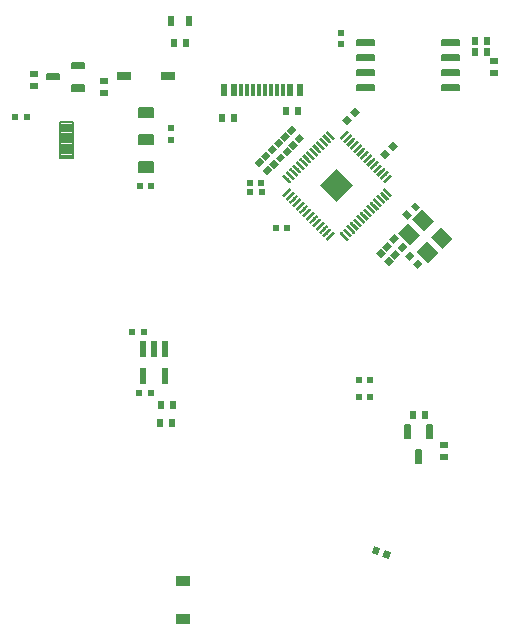
<source format=gbp>
G04 EAGLE Gerber RS-274X export*
G75*
%MOMM*%
%FSLAX34Y34*%
%LPD*%
%INSolderpaste Bottom*%
%IPPOS*%
%AMOC8*
5,1,8,0,0,1.08239X$1,22.5*%
G01*
G04 Define Apertures*
%ADD10R,0.560000X0.629100*%
%ADD11R,0.629100X0.560000*%
%ADD12R,0.600000X1.140000*%
%ADD13R,0.300000X1.140000*%
%ADD14R,0.611800X0.911800*%
%ADD15R,0.535100X0.644000*%
%ADD16R,1.200000X0.700000*%
%ADD17R,0.558800X1.422400*%
%ADD18R,1.960000X1.960000*%
%ADD19C,0.050000*%
%ADD20C,0.139500*%
%ADD21C,0.196500*%
%ADD22C,0.145000*%
%ADD23R,1.200000X1.400000*%
%ADD24R,1.220000X0.910000*%
%ADD25C,0.150000*%
%ADD26R,0.644000X0.535100*%
D10*
X81754Y21100D03*
X91446Y21100D03*
G36*
X31877Y244296D02*
X35837Y240336D01*
X31391Y235890D01*
X27431Y239850D01*
X31877Y244296D01*
G37*
G36*
X25023Y251150D02*
X28983Y247190D01*
X24537Y242744D01*
X20577Y246704D01*
X25023Y251150D01*
G37*
G36*
X100336Y139045D02*
X96376Y143005D01*
X100822Y147451D01*
X104782Y143491D01*
X100336Y139045D01*
G37*
G36*
X107190Y132191D02*
X103230Y136151D01*
X107676Y140597D01*
X111636Y136637D01*
X107190Y132191D01*
G37*
G36*
X26531Y238950D02*
X30491Y234990D01*
X26045Y230544D01*
X22085Y234504D01*
X26531Y238950D01*
G37*
G36*
X19677Y245804D02*
X23637Y241844D01*
X19191Y237398D01*
X15231Y241358D01*
X19677Y245804D01*
G37*
X21267Y164134D03*
X11575Y164134D03*
G36*
X108276Y226630D02*
X104316Y222670D01*
X99870Y227116D01*
X103830Y231076D01*
X108276Y226630D01*
G37*
G36*
X115130Y233484D02*
X111170Y229524D01*
X106724Y233970D01*
X110684Y237930D01*
X115130Y233484D01*
G37*
G36*
X76047Y255579D02*
X72087Y251619D01*
X67641Y256065D01*
X71601Y260025D01*
X76047Y255579D01*
G37*
G36*
X82901Y262433D02*
X78941Y258473D01*
X74495Y262919D01*
X78455Y266879D01*
X82901Y262433D01*
G37*
G36*
X105682Y144391D02*
X101722Y148351D01*
X106168Y152797D01*
X110128Y148837D01*
X105682Y144391D01*
G37*
G36*
X112536Y137537D02*
X108576Y141497D01*
X113022Y145943D01*
X116982Y141983D01*
X112536Y137537D01*
G37*
X-154Y194500D03*
X-9846Y194500D03*
X-454Y202500D03*
X-10146Y202500D03*
G36*
X131950Y137956D02*
X135910Y133996D01*
X131464Y129550D01*
X127504Y133510D01*
X131950Y137956D01*
G37*
G36*
X125096Y144810D02*
X129056Y140850D01*
X124610Y136404D01*
X120650Y140364D01*
X125096Y144810D01*
G37*
X81954Y35600D03*
X91646Y35600D03*
G36*
X125724Y182670D02*
X129684Y186630D01*
X134130Y182184D01*
X130170Y178224D01*
X125724Y182670D01*
G37*
G36*
X118870Y175816D02*
X122830Y179776D01*
X127276Y175330D01*
X123316Y171370D01*
X118870Y175816D01*
G37*
G36*
X10281Y222700D02*
X14241Y218740D01*
X9795Y214294D01*
X5835Y218254D01*
X10281Y222700D01*
G37*
G36*
X3427Y229554D02*
X7387Y225594D01*
X2941Y221148D01*
X-1019Y225108D01*
X3427Y229554D01*
G37*
X-100233Y76058D03*
X-109925Y76058D03*
X-94376Y24318D03*
X-104068Y24318D03*
X-103646Y199800D03*
X-93954Y199800D03*
D11*
X-76700Y239054D03*
X-76700Y248746D03*
D10*
G36*
X4934Y217353D02*
X8894Y213393D01*
X4448Y208947D01*
X488Y212907D01*
X4934Y217353D01*
G37*
G36*
X-1920Y224207D02*
X2040Y220247D01*
X-2406Y215801D01*
X-6366Y219761D01*
X-1920Y224207D01*
G37*
D12*
X-32000Y281400D03*
X-24000Y281400D03*
D13*
X-2500Y281400D03*
X-7500Y281400D03*
X-12500Y281400D03*
X-17500Y281400D03*
X2500Y281400D03*
X7500Y281400D03*
X12500Y281400D03*
X17500Y281400D03*
D12*
X24000Y281400D03*
X32000Y281400D03*
D14*
X-76800Y339800D03*
X-61800Y339800D03*
D15*
X-75125Y14200D03*
X-85275Y14200D03*
G36*
X111217Y151057D02*
X107434Y154840D01*
X111987Y159393D01*
X115770Y155610D01*
X111217Y151057D01*
G37*
G36*
X118395Y143879D02*
X114612Y147662D01*
X119165Y152215D01*
X122948Y148432D01*
X118395Y143879D01*
G37*
X-76525Y-600D03*
X-86675Y-600D03*
X-24025Y257400D03*
X-34175Y257400D03*
X19925Y263600D03*
X30075Y263600D03*
X190275Y313680D03*
X180125Y313680D03*
X180125Y322290D03*
X190275Y322290D03*
G36*
X21509Y233280D02*
X25292Y229497D01*
X20739Y224944D01*
X16956Y228727D01*
X21509Y233280D01*
G37*
G36*
X14331Y240458D02*
X18114Y236675D01*
X13561Y232122D01*
X9778Y235905D01*
X14331Y240458D01*
G37*
G36*
X16058Y227828D02*
X19841Y224045D01*
X15288Y219492D01*
X11505Y223275D01*
X16058Y227828D01*
G37*
G36*
X8880Y235006D02*
X12663Y231223D01*
X8110Y226670D01*
X4327Y230453D01*
X8880Y235006D01*
G37*
X-64525Y321100D03*
X-74675Y321100D03*
D16*
X-116800Y292600D03*
X-79800Y292600D03*
D17*
X-101050Y61718D03*
X-91550Y61718D03*
X-82050Y61718D03*
X-82050Y38830D03*
X-101050Y38830D03*
D18*
G36*
X49365Y200366D02*
X63224Y214225D01*
X77083Y200366D01*
X63224Y186507D01*
X49365Y200366D01*
G37*
D19*
X102575Y196724D02*
X103636Y197785D01*
X109221Y192200D01*
X108160Y191139D01*
X102575Y196724D01*
X107685Y191614D02*
X108635Y191614D01*
X109110Y192089D02*
X107210Y192089D01*
X106735Y192564D02*
X108857Y192564D01*
X108382Y193039D02*
X106260Y193039D01*
X105785Y193514D02*
X107907Y193514D01*
X107432Y193989D02*
X105310Y193989D01*
X104835Y194464D02*
X106957Y194464D01*
X106482Y194939D02*
X104360Y194939D01*
X103885Y195414D02*
X106007Y195414D01*
X105532Y195889D02*
X103410Y195889D01*
X102935Y196364D02*
X105057Y196364D01*
X104582Y196839D02*
X102690Y196839D01*
X103165Y197314D02*
X104107Y197314D01*
X100807Y194956D02*
X99746Y193895D01*
X100807Y194956D02*
X106392Y189371D01*
X105331Y188310D01*
X99746Y193895D01*
X104856Y188785D02*
X105806Y188785D01*
X106281Y189260D02*
X104381Y189260D01*
X103906Y189735D02*
X106028Y189735D01*
X105553Y190210D02*
X103431Y190210D01*
X102956Y190685D02*
X105078Y190685D01*
X104603Y191160D02*
X102481Y191160D01*
X102006Y191635D02*
X104128Y191635D01*
X103653Y192110D02*
X101531Y192110D01*
X101056Y192585D02*
X103178Y192585D01*
X102703Y193060D02*
X100581Y193060D01*
X100106Y193535D02*
X102228Y193535D01*
X101753Y194010D02*
X99861Y194010D01*
X100336Y194485D02*
X101278Y194485D01*
X97979Y192128D02*
X96918Y191067D01*
X97979Y192128D02*
X103564Y186543D01*
X102503Y185482D01*
X96918Y191067D01*
X102028Y185957D02*
X102978Y185957D01*
X103453Y186432D02*
X101553Y186432D01*
X101078Y186907D02*
X103200Y186907D01*
X102725Y187382D02*
X100603Y187382D01*
X100128Y187857D02*
X102250Y187857D01*
X101775Y188332D02*
X99653Y188332D01*
X99178Y188807D02*
X101300Y188807D01*
X100825Y189282D02*
X98703Y189282D01*
X98228Y189757D02*
X100350Y189757D01*
X99875Y190232D02*
X97753Y190232D01*
X97278Y190707D02*
X99400Y190707D01*
X98925Y191182D02*
X97033Y191182D01*
X97508Y191657D02*
X98450Y191657D01*
X95151Y189299D02*
X94090Y188238D01*
X95151Y189299D02*
X100736Y183714D01*
X99675Y182653D01*
X94090Y188238D01*
X99200Y183128D02*
X100150Y183128D01*
X100625Y183603D02*
X98725Y183603D01*
X98250Y184078D02*
X100372Y184078D01*
X99897Y184553D02*
X97775Y184553D01*
X97300Y185028D02*
X99422Y185028D01*
X98947Y185503D02*
X96825Y185503D01*
X96350Y185978D02*
X98472Y185978D01*
X97997Y186453D02*
X95875Y186453D01*
X95400Y186928D02*
X97522Y186928D01*
X97047Y187403D02*
X94925Y187403D01*
X94450Y187878D02*
X96572Y187878D01*
X96097Y188353D02*
X94205Y188353D01*
X94680Y188828D02*
X95622Y188828D01*
X92322Y186471D02*
X91261Y185410D01*
X92322Y186471D02*
X97907Y180886D01*
X96846Y179825D01*
X91261Y185410D01*
X96371Y180300D02*
X97321Y180300D01*
X97796Y180775D02*
X95896Y180775D01*
X95421Y181250D02*
X97543Y181250D01*
X97068Y181725D02*
X94946Y181725D01*
X94471Y182200D02*
X96593Y182200D01*
X96118Y182675D02*
X93996Y182675D01*
X93521Y183150D02*
X95643Y183150D01*
X95168Y183625D02*
X93046Y183625D01*
X92571Y184100D02*
X94693Y184100D01*
X94218Y184575D02*
X92096Y184575D01*
X91621Y185050D02*
X93743Y185050D01*
X93268Y185525D02*
X91376Y185525D01*
X91851Y186000D02*
X92793Y186000D01*
X89494Y183643D02*
X88433Y182582D01*
X89494Y183643D02*
X95079Y178058D01*
X94018Y176997D01*
X88433Y182582D01*
X93543Y177472D02*
X94493Y177472D01*
X94968Y177947D02*
X93068Y177947D01*
X92593Y178422D02*
X94715Y178422D01*
X94240Y178897D02*
X92118Y178897D01*
X91643Y179372D02*
X93765Y179372D01*
X93290Y179847D02*
X91168Y179847D01*
X90693Y180322D02*
X92815Y180322D01*
X92340Y180797D02*
X90218Y180797D01*
X89743Y181272D02*
X91865Y181272D01*
X91390Y181747D02*
X89268Y181747D01*
X88793Y182222D02*
X90915Y182222D01*
X90440Y182697D02*
X88548Y182697D01*
X89023Y183172D02*
X89965Y183172D01*
X86665Y180814D02*
X85604Y179753D01*
X86665Y180814D02*
X92250Y175229D01*
X91189Y174168D01*
X85604Y179753D01*
X90714Y174643D02*
X91664Y174643D01*
X92139Y175118D02*
X90239Y175118D01*
X89764Y175593D02*
X91886Y175593D01*
X91411Y176068D02*
X89289Y176068D01*
X88814Y176543D02*
X90936Y176543D01*
X90461Y177018D02*
X88339Y177018D01*
X87864Y177493D02*
X89986Y177493D01*
X89511Y177968D02*
X87389Y177968D01*
X86914Y178443D02*
X89036Y178443D01*
X88561Y178918D02*
X86439Y178918D01*
X85964Y179393D02*
X88086Y179393D01*
X87611Y179868D02*
X85719Y179868D01*
X86194Y180343D02*
X87136Y180343D01*
X83837Y177986D02*
X82776Y176925D01*
X83837Y177986D02*
X89422Y172401D01*
X88361Y171340D01*
X82776Y176925D01*
X87886Y171815D02*
X88836Y171815D01*
X89311Y172290D02*
X87411Y172290D01*
X86936Y172765D02*
X89058Y172765D01*
X88583Y173240D02*
X86461Y173240D01*
X85986Y173715D02*
X88108Y173715D01*
X87633Y174190D02*
X85511Y174190D01*
X85036Y174665D02*
X87158Y174665D01*
X86683Y175140D02*
X84561Y175140D01*
X84086Y175615D02*
X86208Y175615D01*
X85733Y176090D02*
X83611Y176090D01*
X83136Y176565D02*
X85258Y176565D01*
X84783Y177040D02*
X82891Y177040D01*
X83366Y177515D02*
X84308Y177515D01*
X81009Y175157D02*
X79948Y174096D01*
X81009Y175157D02*
X86594Y169572D01*
X85533Y168511D01*
X79948Y174096D01*
X85058Y168986D02*
X86008Y168986D01*
X86483Y169461D02*
X84583Y169461D01*
X84108Y169936D02*
X86230Y169936D01*
X85755Y170411D02*
X83633Y170411D01*
X83158Y170886D02*
X85280Y170886D01*
X84805Y171361D02*
X82683Y171361D01*
X82208Y171836D02*
X84330Y171836D01*
X83855Y172311D02*
X81733Y172311D01*
X81258Y172786D02*
X83380Y172786D01*
X82905Y173261D02*
X80783Y173261D01*
X80308Y173736D02*
X82430Y173736D01*
X81955Y174211D02*
X80063Y174211D01*
X80538Y174686D02*
X81480Y174686D01*
X78180Y172329D02*
X77119Y171268D01*
X78180Y172329D02*
X83765Y166744D01*
X82704Y165683D01*
X77119Y171268D01*
X82229Y166158D02*
X83179Y166158D01*
X83654Y166633D02*
X81754Y166633D01*
X81279Y167108D02*
X83401Y167108D01*
X82926Y167583D02*
X80804Y167583D01*
X80329Y168058D02*
X82451Y168058D01*
X81976Y168533D02*
X79854Y168533D01*
X79379Y169008D02*
X81501Y169008D01*
X81026Y169483D02*
X78904Y169483D01*
X78429Y169958D02*
X80551Y169958D01*
X80076Y170433D02*
X77954Y170433D01*
X77479Y170908D02*
X79601Y170908D01*
X79126Y171383D02*
X77234Y171383D01*
X77709Y171858D02*
X78651Y171858D01*
X75352Y169500D02*
X74291Y168439D01*
X75352Y169500D02*
X80937Y163915D01*
X79876Y162854D01*
X74291Y168439D01*
X79401Y163329D02*
X80351Y163329D01*
X80826Y163804D02*
X78926Y163804D01*
X78451Y164279D02*
X80573Y164279D01*
X80098Y164754D02*
X77976Y164754D01*
X77501Y165229D02*
X79623Y165229D01*
X79148Y165704D02*
X77026Y165704D01*
X76551Y166179D02*
X78673Y166179D01*
X78198Y166654D02*
X76076Y166654D01*
X75601Y167129D02*
X77723Y167129D01*
X77248Y167604D02*
X75126Y167604D01*
X74651Y168079D02*
X76773Y168079D01*
X76298Y168554D02*
X74406Y168554D01*
X74881Y169029D02*
X75823Y169029D01*
X72523Y166672D02*
X71462Y165611D01*
X72523Y166672D02*
X78108Y161087D01*
X77047Y160026D01*
X71462Y165611D01*
X76572Y160501D02*
X77522Y160501D01*
X77997Y160976D02*
X76097Y160976D01*
X75622Y161451D02*
X77744Y161451D01*
X77269Y161926D02*
X75147Y161926D01*
X74672Y162401D02*
X76794Y162401D01*
X76319Y162876D02*
X74197Y162876D01*
X73722Y163351D02*
X75844Y163351D01*
X75369Y163826D02*
X73247Y163826D01*
X72772Y164301D02*
X74894Y164301D01*
X74419Y164776D02*
X72297Y164776D01*
X71822Y165251D02*
X73944Y165251D01*
X73469Y165726D02*
X71577Y165726D01*
X72052Y166201D02*
X72994Y166201D01*
X69695Y163844D02*
X68634Y162783D01*
X69695Y163844D02*
X75280Y158259D01*
X74219Y157198D01*
X68634Y162783D01*
X73744Y157673D02*
X74694Y157673D01*
X75169Y158148D02*
X73269Y158148D01*
X72794Y158623D02*
X74916Y158623D01*
X74441Y159098D02*
X72319Y159098D01*
X71844Y159573D02*
X73966Y159573D01*
X73491Y160048D02*
X71369Y160048D01*
X70894Y160523D02*
X73016Y160523D01*
X72541Y160998D02*
X70419Y160998D01*
X69944Y161473D02*
X72066Y161473D01*
X71591Y161948D02*
X69469Y161948D01*
X68994Y162423D02*
X71116Y162423D01*
X70641Y162898D02*
X68749Y162898D01*
X69224Y163373D02*
X70166Y163373D01*
X66866Y161015D02*
X65805Y159954D01*
X66866Y161015D02*
X72451Y155430D01*
X71390Y154369D01*
X65805Y159954D01*
X70915Y154844D02*
X71865Y154844D01*
X72340Y155319D02*
X70440Y155319D01*
X69965Y155794D02*
X72087Y155794D01*
X71612Y156269D02*
X69490Y156269D01*
X69015Y156744D02*
X71137Y156744D01*
X70662Y157219D02*
X68540Y157219D01*
X68065Y157694D02*
X70187Y157694D01*
X69712Y158169D02*
X67590Y158169D01*
X67115Y158644D02*
X69237Y158644D01*
X68762Y159119D02*
X66640Y159119D01*
X66165Y159594D02*
X68287Y159594D01*
X67812Y160069D02*
X65920Y160069D01*
X66395Y160544D02*
X67337Y160544D01*
X18288Y209593D02*
X17227Y208532D01*
X18288Y209593D02*
X23873Y204008D01*
X22812Y202947D01*
X17227Y208532D01*
X22337Y203422D02*
X23287Y203422D01*
X23762Y203897D02*
X21862Y203897D01*
X21387Y204372D02*
X23509Y204372D01*
X23034Y204847D02*
X20912Y204847D01*
X20437Y205322D02*
X22559Y205322D01*
X22084Y205797D02*
X19962Y205797D01*
X19487Y206272D02*
X21609Y206272D01*
X21134Y206747D02*
X19012Y206747D01*
X18537Y207222D02*
X20659Y207222D01*
X20184Y207697D02*
X18062Y207697D01*
X17587Y208172D02*
X19709Y208172D01*
X19234Y208647D02*
X17342Y208647D01*
X17817Y209122D02*
X18759Y209122D01*
X20056Y211361D02*
X21117Y212422D01*
X26702Y206837D01*
X25641Y205776D01*
X20056Y211361D01*
X25166Y206251D02*
X26116Y206251D01*
X26591Y206726D02*
X24691Y206726D01*
X24216Y207201D02*
X26338Y207201D01*
X25863Y207676D02*
X23741Y207676D01*
X23266Y208151D02*
X25388Y208151D01*
X24913Y208626D02*
X22791Y208626D01*
X22316Y209101D02*
X24438Y209101D01*
X23963Y209576D02*
X21841Y209576D01*
X21366Y210051D02*
X23488Y210051D01*
X23013Y210526D02*
X20891Y210526D01*
X20416Y211001D02*
X22538Y211001D01*
X22063Y211476D02*
X20171Y211476D01*
X20646Y211951D02*
X21588Y211951D01*
X22884Y214189D02*
X23945Y215250D01*
X29530Y209665D01*
X28469Y208604D01*
X22884Y214189D01*
X27994Y209079D02*
X28944Y209079D01*
X29419Y209554D02*
X27519Y209554D01*
X27044Y210029D02*
X29166Y210029D01*
X28691Y210504D02*
X26569Y210504D01*
X26094Y210979D02*
X28216Y210979D01*
X27741Y211454D02*
X25619Y211454D01*
X25144Y211929D02*
X27266Y211929D01*
X26791Y212404D02*
X24669Y212404D01*
X24194Y212879D02*
X26316Y212879D01*
X25841Y213354D02*
X23719Y213354D01*
X23244Y213829D02*
X25366Y213829D01*
X24891Y214304D02*
X22999Y214304D01*
X23474Y214779D02*
X24416Y214779D01*
X25712Y217018D02*
X26773Y218079D01*
X32358Y212494D01*
X31297Y211433D01*
X25712Y217018D01*
X30822Y211908D02*
X31772Y211908D01*
X32247Y212383D02*
X30347Y212383D01*
X29872Y212858D02*
X31994Y212858D01*
X31519Y213333D02*
X29397Y213333D01*
X28922Y213808D02*
X31044Y213808D01*
X30569Y214283D02*
X28447Y214283D01*
X27972Y214758D02*
X30094Y214758D01*
X29619Y215233D02*
X27497Y215233D01*
X27022Y215708D02*
X29144Y215708D01*
X28669Y216183D02*
X26547Y216183D01*
X26072Y216658D02*
X28194Y216658D01*
X27719Y217133D02*
X25827Y217133D01*
X26302Y217608D02*
X27244Y217608D01*
X28541Y219846D02*
X29602Y220907D01*
X35187Y215322D01*
X34126Y214261D01*
X28541Y219846D01*
X33651Y214736D02*
X34601Y214736D01*
X35076Y215211D02*
X33176Y215211D01*
X32701Y215686D02*
X34823Y215686D01*
X34348Y216161D02*
X32226Y216161D01*
X31751Y216636D02*
X33873Y216636D01*
X33398Y217111D02*
X31276Y217111D01*
X30801Y217586D02*
X32923Y217586D01*
X32448Y218061D02*
X30326Y218061D01*
X29851Y218536D02*
X31973Y218536D01*
X31498Y219011D02*
X29376Y219011D01*
X28901Y219486D02*
X31023Y219486D01*
X30548Y219961D02*
X28656Y219961D01*
X29131Y220436D02*
X30073Y220436D01*
X31369Y222674D02*
X32430Y223735D01*
X38015Y218150D01*
X36954Y217089D01*
X31369Y222674D01*
X36479Y217564D02*
X37429Y217564D01*
X37904Y218039D02*
X36004Y218039D01*
X35529Y218514D02*
X37651Y218514D01*
X37176Y218989D02*
X35054Y218989D01*
X34579Y219464D02*
X36701Y219464D01*
X36226Y219939D02*
X34104Y219939D01*
X33629Y220414D02*
X35751Y220414D01*
X35276Y220889D02*
X33154Y220889D01*
X32679Y221364D02*
X34801Y221364D01*
X34326Y221839D02*
X32204Y221839D01*
X31729Y222314D02*
X33851Y222314D01*
X33376Y222789D02*
X31484Y222789D01*
X31959Y223264D02*
X32901Y223264D01*
X34198Y225503D02*
X35259Y226564D01*
X40844Y220979D01*
X39783Y219918D01*
X34198Y225503D01*
X39308Y220393D02*
X40258Y220393D01*
X40733Y220868D02*
X38833Y220868D01*
X38358Y221343D02*
X40480Y221343D01*
X40005Y221818D02*
X37883Y221818D01*
X37408Y222293D02*
X39530Y222293D01*
X39055Y222768D02*
X36933Y222768D01*
X36458Y223243D02*
X38580Y223243D01*
X38105Y223718D02*
X35983Y223718D01*
X35508Y224193D02*
X37630Y224193D01*
X37155Y224668D02*
X35033Y224668D01*
X34558Y225143D02*
X36680Y225143D01*
X36205Y225618D02*
X34313Y225618D01*
X34788Y226093D02*
X35730Y226093D01*
X37026Y228331D02*
X38087Y229392D01*
X43672Y223807D01*
X42611Y222746D01*
X37026Y228331D01*
X42136Y223221D02*
X43086Y223221D01*
X43561Y223696D02*
X41661Y223696D01*
X41186Y224171D02*
X43308Y224171D01*
X42833Y224646D02*
X40711Y224646D01*
X40236Y225121D02*
X42358Y225121D01*
X41883Y225596D02*
X39761Y225596D01*
X39286Y226071D02*
X41408Y226071D01*
X40933Y226546D02*
X38811Y226546D01*
X38336Y227021D02*
X40458Y227021D01*
X39983Y227496D02*
X37861Y227496D01*
X37386Y227971D02*
X39508Y227971D01*
X39033Y228446D02*
X37141Y228446D01*
X37616Y228921D02*
X38558Y228921D01*
X39855Y231160D02*
X40916Y232221D01*
X46501Y226636D01*
X45440Y225575D01*
X39855Y231160D01*
X44965Y226050D02*
X45915Y226050D01*
X46390Y226525D02*
X44490Y226525D01*
X44015Y227000D02*
X46137Y227000D01*
X45662Y227475D02*
X43540Y227475D01*
X43065Y227950D02*
X45187Y227950D01*
X44712Y228425D02*
X42590Y228425D01*
X42115Y228900D02*
X44237Y228900D01*
X43762Y229375D02*
X41640Y229375D01*
X41165Y229850D02*
X43287Y229850D01*
X42812Y230325D02*
X40690Y230325D01*
X40215Y230800D02*
X42337Y230800D01*
X41862Y231275D02*
X39970Y231275D01*
X40445Y231750D02*
X41387Y231750D01*
X42683Y233988D02*
X43744Y235049D01*
X49329Y229464D01*
X48268Y228403D01*
X42683Y233988D01*
X47793Y228878D02*
X48743Y228878D01*
X49218Y229353D02*
X47318Y229353D01*
X46843Y229828D02*
X48965Y229828D01*
X48490Y230303D02*
X46368Y230303D01*
X45893Y230778D02*
X48015Y230778D01*
X47540Y231253D02*
X45418Y231253D01*
X44943Y231728D02*
X47065Y231728D01*
X46590Y232203D02*
X44468Y232203D01*
X43993Y232678D02*
X46115Y232678D01*
X45640Y233153D02*
X43518Y233153D01*
X43043Y233628D02*
X45165Y233628D01*
X44690Y234103D02*
X42798Y234103D01*
X43273Y234578D02*
X44215Y234578D01*
X45511Y236817D02*
X46572Y237878D01*
X52157Y232293D01*
X51096Y231232D01*
X45511Y236817D01*
X50621Y231707D02*
X51571Y231707D01*
X52046Y232182D02*
X50146Y232182D01*
X49671Y232657D02*
X51793Y232657D01*
X51318Y233132D02*
X49196Y233132D01*
X48721Y233607D02*
X50843Y233607D01*
X50368Y234082D02*
X48246Y234082D01*
X47771Y234557D02*
X49893Y234557D01*
X49418Y235032D02*
X47296Y235032D01*
X46821Y235507D02*
X48943Y235507D01*
X48468Y235982D02*
X46346Y235982D01*
X45871Y236457D02*
X47993Y236457D01*
X47518Y236932D02*
X45626Y236932D01*
X46101Y237407D02*
X47043Y237407D01*
X48340Y239645D02*
X49401Y240706D01*
X54986Y235121D01*
X53925Y234060D01*
X48340Y239645D01*
X53450Y234535D02*
X54400Y234535D01*
X54875Y235010D02*
X52975Y235010D01*
X52500Y235485D02*
X54622Y235485D01*
X54147Y235960D02*
X52025Y235960D01*
X51550Y236435D02*
X53672Y236435D01*
X53197Y236910D02*
X51075Y236910D01*
X50600Y237385D02*
X52722Y237385D01*
X52247Y237860D02*
X50125Y237860D01*
X49650Y238335D02*
X51772Y238335D01*
X51297Y238810D02*
X49175Y238810D01*
X48700Y239285D02*
X50822Y239285D01*
X50347Y239760D02*
X48455Y239760D01*
X48930Y240235D02*
X49872Y240235D01*
X51168Y242473D02*
X52229Y243534D01*
X57814Y237949D01*
X56753Y236888D01*
X51168Y242473D01*
X56278Y237363D02*
X57228Y237363D01*
X57703Y237838D02*
X55803Y237838D01*
X55328Y238313D02*
X57450Y238313D01*
X56975Y238788D02*
X54853Y238788D01*
X54378Y239263D02*
X56500Y239263D01*
X56025Y239738D02*
X53903Y239738D01*
X53428Y240213D02*
X55550Y240213D01*
X55075Y240688D02*
X52953Y240688D01*
X52478Y241163D02*
X54600Y241163D01*
X54125Y241638D02*
X52003Y241638D01*
X51528Y242113D02*
X53650Y242113D01*
X53175Y242588D02*
X51283Y242588D01*
X51758Y243063D02*
X52700Y243063D01*
X53997Y245302D02*
X55058Y246363D01*
X60643Y240778D01*
X59582Y239717D01*
X53997Y245302D01*
X59107Y240192D02*
X60057Y240192D01*
X60532Y240667D02*
X58632Y240667D01*
X58157Y241142D02*
X60279Y241142D01*
X59804Y241617D02*
X57682Y241617D01*
X57207Y242092D02*
X59329Y242092D01*
X58854Y242567D02*
X56732Y242567D01*
X56257Y243042D02*
X58379Y243042D01*
X57904Y243517D02*
X55782Y243517D01*
X55307Y243992D02*
X57429Y243992D01*
X56954Y244467D02*
X54832Y244467D01*
X54357Y244942D02*
X56479Y244942D01*
X56004Y245417D02*
X54112Y245417D01*
X54587Y245892D02*
X55529Y245892D01*
X65805Y240778D02*
X71390Y246363D01*
X72451Y245302D01*
X66866Y239717D01*
X65805Y240778D01*
X66391Y240192D02*
X67341Y240192D01*
X67816Y240667D02*
X65916Y240667D01*
X66169Y241142D02*
X68291Y241142D01*
X68766Y241617D02*
X66644Y241617D01*
X67119Y242092D02*
X69241Y242092D01*
X69716Y242567D02*
X67594Y242567D01*
X68069Y243042D02*
X70191Y243042D01*
X70666Y243517D02*
X68544Y243517D01*
X69019Y243992D02*
X71141Y243992D01*
X71616Y244467D02*
X69494Y244467D01*
X69969Y244942D02*
X72091Y244942D01*
X72336Y245417D02*
X70444Y245417D01*
X70919Y245892D02*
X71861Y245892D01*
X74219Y243534D02*
X68634Y237949D01*
X74219Y243534D02*
X75280Y242473D01*
X69695Y236888D01*
X68634Y237949D01*
X69220Y237363D02*
X70170Y237363D01*
X70645Y237838D02*
X68745Y237838D01*
X68998Y238313D02*
X71120Y238313D01*
X71595Y238788D02*
X69473Y238788D01*
X69948Y239263D02*
X72070Y239263D01*
X72545Y239738D02*
X70423Y239738D01*
X70898Y240213D02*
X73020Y240213D01*
X73495Y240688D02*
X71373Y240688D01*
X71848Y241163D02*
X73970Y241163D01*
X74445Y241638D02*
X72323Y241638D01*
X72798Y242113D02*
X74920Y242113D01*
X75165Y242588D02*
X73273Y242588D01*
X73748Y243063D02*
X74690Y243063D01*
X77047Y240706D02*
X71462Y235121D01*
X77047Y240706D02*
X78108Y239645D01*
X72523Y234060D01*
X71462Y235121D01*
X72048Y234535D02*
X72998Y234535D01*
X73473Y235010D02*
X71573Y235010D01*
X71826Y235485D02*
X73948Y235485D01*
X74423Y235960D02*
X72301Y235960D01*
X72776Y236435D02*
X74898Y236435D01*
X75373Y236910D02*
X73251Y236910D01*
X73726Y237385D02*
X75848Y237385D01*
X76323Y237860D02*
X74201Y237860D01*
X74676Y238335D02*
X76798Y238335D01*
X77273Y238810D02*
X75151Y238810D01*
X75626Y239285D02*
X77748Y239285D01*
X77993Y239760D02*
X76101Y239760D01*
X76576Y240235D02*
X77518Y240235D01*
X79876Y237878D02*
X74291Y232293D01*
X79876Y237878D02*
X80937Y236817D01*
X75352Y231232D01*
X74291Y232293D01*
X74877Y231707D02*
X75827Y231707D01*
X76302Y232182D02*
X74402Y232182D01*
X74655Y232657D02*
X76777Y232657D01*
X77252Y233132D02*
X75130Y233132D01*
X75605Y233607D02*
X77727Y233607D01*
X78202Y234082D02*
X76080Y234082D01*
X76555Y234557D02*
X78677Y234557D01*
X79152Y235032D02*
X77030Y235032D01*
X77505Y235507D02*
X79627Y235507D01*
X80102Y235982D02*
X77980Y235982D01*
X78455Y236457D02*
X80577Y236457D01*
X80822Y236932D02*
X78930Y236932D01*
X79405Y237407D02*
X80347Y237407D01*
X82704Y235049D02*
X77119Y229464D01*
X82704Y235049D02*
X83765Y233988D01*
X78180Y228403D01*
X77119Y229464D01*
X77705Y228878D02*
X78655Y228878D01*
X79130Y229353D02*
X77230Y229353D01*
X77483Y229828D02*
X79605Y229828D01*
X80080Y230303D02*
X77958Y230303D01*
X78433Y230778D02*
X80555Y230778D01*
X81030Y231253D02*
X78908Y231253D01*
X79383Y231728D02*
X81505Y231728D01*
X81980Y232203D02*
X79858Y232203D01*
X80333Y232678D02*
X82455Y232678D01*
X82930Y233153D02*
X80808Y233153D01*
X81283Y233628D02*
X83405Y233628D01*
X83650Y234103D02*
X81758Y234103D01*
X82233Y234578D02*
X83175Y234578D01*
X85533Y232221D02*
X79948Y226636D01*
X85533Y232221D02*
X86594Y231160D01*
X81009Y225575D01*
X79948Y226636D01*
X80534Y226050D02*
X81484Y226050D01*
X81959Y226525D02*
X80059Y226525D01*
X80312Y227000D02*
X82434Y227000D01*
X82909Y227475D02*
X80787Y227475D01*
X81262Y227950D02*
X83384Y227950D01*
X83859Y228425D02*
X81737Y228425D01*
X82212Y228900D02*
X84334Y228900D01*
X84809Y229375D02*
X82687Y229375D01*
X83162Y229850D02*
X85284Y229850D01*
X85759Y230325D02*
X83637Y230325D01*
X84112Y230800D02*
X86234Y230800D01*
X86479Y231275D02*
X84587Y231275D01*
X85062Y231750D02*
X86004Y231750D01*
X88361Y229392D02*
X82776Y223807D01*
X88361Y229392D02*
X89422Y228331D01*
X83837Y222746D01*
X82776Y223807D01*
X83362Y223221D02*
X84312Y223221D01*
X84787Y223696D02*
X82887Y223696D01*
X83140Y224171D02*
X85262Y224171D01*
X85737Y224646D02*
X83615Y224646D01*
X84090Y225121D02*
X86212Y225121D01*
X86687Y225596D02*
X84565Y225596D01*
X85040Y226071D02*
X87162Y226071D01*
X87637Y226546D02*
X85515Y226546D01*
X85990Y227021D02*
X88112Y227021D01*
X88587Y227496D02*
X86465Y227496D01*
X86940Y227971D02*
X89062Y227971D01*
X89307Y228446D02*
X87415Y228446D01*
X87890Y228921D02*
X88832Y228921D01*
X91189Y226564D02*
X85604Y220979D01*
X91189Y226564D02*
X92250Y225503D01*
X86665Y219918D01*
X85604Y220979D01*
X86190Y220393D02*
X87140Y220393D01*
X87615Y220868D02*
X85715Y220868D01*
X85968Y221343D02*
X88090Y221343D01*
X88565Y221818D02*
X86443Y221818D01*
X86918Y222293D02*
X89040Y222293D01*
X89515Y222768D02*
X87393Y222768D01*
X87868Y223243D02*
X89990Y223243D01*
X90465Y223718D02*
X88343Y223718D01*
X88818Y224193D02*
X90940Y224193D01*
X91415Y224668D02*
X89293Y224668D01*
X89768Y225143D02*
X91890Y225143D01*
X92135Y225618D02*
X90243Y225618D01*
X90718Y226093D02*
X91660Y226093D01*
X94018Y223735D02*
X88433Y218150D01*
X94018Y223735D02*
X95079Y222674D01*
X89494Y217089D01*
X88433Y218150D01*
X89019Y217564D02*
X89969Y217564D01*
X90444Y218039D02*
X88544Y218039D01*
X88797Y218514D02*
X90919Y218514D01*
X91394Y218989D02*
X89272Y218989D01*
X89747Y219464D02*
X91869Y219464D01*
X92344Y219939D02*
X90222Y219939D01*
X90697Y220414D02*
X92819Y220414D01*
X93294Y220889D02*
X91172Y220889D01*
X91647Y221364D02*
X93769Y221364D01*
X94244Y221839D02*
X92122Y221839D01*
X92597Y222314D02*
X94719Y222314D01*
X94964Y222789D02*
X93072Y222789D01*
X93547Y223264D02*
X94489Y223264D01*
X96846Y220907D02*
X91261Y215322D01*
X96846Y220907D02*
X97907Y219846D01*
X92322Y214261D01*
X91261Y215322D01*
X91847Y214736D02*
X92797Y214736D01*
X93272Y215211D02*
X91372Y215211D01*
X91625Y215686D02*
X93747Y215686D01*
X94222Y216161D02*
X92100Y216161D01*
X92575Y216636D02*
X94697Y216636D01*
X95172Y217111D02*
X93050Y217111D01*
X93525Y217586D02*
X95647Y217586D01*
X96122Y218061D02*
X94000Y218061D01*
X94475Y218536D02*
X96597Y218536D01*
X97072Y219011D02*
X94950Y219011D01*
X95425Y219486D02*
X97547Y219486D01*
X97792Y219961D02*
X95900Y219961D01*
X96375Y220436D02*
X97317Y220436D01*
X99675Y218079D02*
X94090Y212494D01*
X99675Y218079D02*
X100736Y217018D01*
X95151Y211433D01*
X94090Y212494D01*
X94676Y211908D02*
X95626Y211908D01*
X96101Y212383D02*
X94201Y212383D01*
X94454Y212858D02*
X96576Y212858D01*
X97051Y213333D02*
X94929Y213333D01*
X95404Y213808D02*
X97526Y213808D01*
X98001Y214283D02*
X95879Y214283D01*
X96354Y214758D02*
X98476Y214758D01*
X98951Y215233D02*
X96829Y215233D01*
X97304Y215708D02*
X99426Y215708D01*
X99901Y216183D02*
X97779Y216183D01*
X98254Y216658D02*
X100376Y216658D01*
X100621Y217133D02*
X98729Y217133D01*
X99204Y217608D02*
X100146Y217608D01*
X102503Y215250D02*
X96918Y209665D01*
X102503Y215250D02*
X103564Y214189D01*
X97979Y208604D01*
X96918Y209665D01*
X97504Y209079D02*
X98454Y209079D01*
X98929Y209554D02*
X97029Y209554D01*
X97282Y210029D02*
X99404Y210029D01*
X99879Y210504D02*
X97757Y210504D01*
X98232Y210979D02*
X100354Y210979D01*
X100829Y211454D02*
X98707Y211454D01*
X99182Y211929D02*
X101304Y211929D01*
X101779Y212404D02*
X99657Y212404D01*
X100132Y212879D02*
X102254Y212879D01*
X102729Y213354D02*
X100607Y213354D01*
X101082Y213829D02*
X103204Y213829D01*
X103449Y214304D02*
X101557Y214304D01*
X102032Y214779D02*
X102974Y214779D01*
X105331Y212422D02*
X99746Y206837D01*
X105331Y212422D02*
X106392Y211361D01*
X100807Y205776D01*
X99746Y206837D01*
X100332Y206251D02*
X101282Y206251D01*
X101757Y206726D02*
X99857Y206726D01*
X100110Y207201D02*
X102232Y207201D01*
X102707Y207676D02*
X100585Y207676D01*
X101060Y208151D02*
X103182Y208151D01*
X103657Y208626D02*
X101535Y208626D01*
X102010Y209101D02*
X104132Y209101D01*
X104607Y209576D02*
X102485Y209576D01*
X102960Y210051D02*
X105082Y210051D01*
X105557Y210526D02*
X103435Y210526D01*
X103910Y211001D02*
X106032Y211001D01*
X106277Y211476D02*
X104385Y211476D01*
X104860Y211951D02*
X105802Y211951D01*
X108160Y209593D02*
X102575Y204008D01*
X108160Y209593D02*
X109221Y208532D01*
X103636Y202947D01*
X102575Y204008D01*
X103161Y203422D02*
X104111Y203422D01*
X104586Y203897D02*
X102686Y203897D01*
X102939Y204372D02*
X105061Y204372D01*
X105536Y204847D02*
X103414Y204847D01*
X103889Y205322D02*
X106011Y205322D01*
X106486Y205797D02*
X104364Y205797D01*
X104839Y206272D02*
X106961Y206272D01*
X107436Y206747D02*
X105314Y206747D01*
X105789Y207222D02*
X107911Y207222D01*
X108386Y207697D02*
X106264Y207697D01*
X106739Y208172D02*
X108861Y208172D01*
X109106Y208647D02*
X107214Y208647D01*
X107689Y209122D02*
X108631Y209122D01*
X59582Y161015D02*
X53997Y155430D01*
X59582Y161015D02*
X60643Y159954D01*
X55058Y154369D01*
X53997Y155430D01*
X54583Y154844D02*
X55533Y154844D01*
X56008Y155319D02*
X54108Y155319D01*
X54361Y155794D02*
X56483Y155794D01*
X56958Y156269D02*
X54836Y156269D01*
X55311Y156744D02*
X57433Y156744D01*
X57908Y157219D02*
X55786Y157219D01*
X56261Y157694D02*
X58383Y157694D01*
X58858Y158169D02*
X56736Y158169D01*
X57211Y158644D02*
X59333Y158644D01*
X59808Y159119D02*
X57686Y159119D01*
X58161Y159594D02*
X60283Y159594D01*
X60528Y160069D02*
X58636Y160069D01*
X59111Y160544D02*
X60053Y160544D01*
X56753Y163844D02*
X51168Y158259D01*
X56753Y163844D02*
X57814Y162783D01*
X52229Y157198D01*
X51168Y158259D01*
X51754Y157673D02*
X52704Y157673D01*
X53179Y158148D02*
X51279Y158148D01*
X51532Y158623D02*
X53654Y158623D01*
X54129Y159098D02*
X52007Y159098D01*
X52482Y159573D02*
X54604Y159573D01*
X55079Y160048D02*
X52957Y160048D01*
X53432Y160523D02*
X55554Y160523D01*
X56029Y160998D02*
X53907Y160998D01*
X54382Y161473D02*
X56504Y161473D01*
X56979Y161948D02*
X54857Y161948D01*
X55332Y162423D02*
X57454Y162423D01*
X57699Y162898D02*
X55807Y162898D01*
X56282Y163373D02*
X57224Y163373D01*
X53925Y166672D02*
X48340Y161087D01*
X53925Y166672D02*
X54986Y165611D01*
X49401Y160026D01*
X48340Y161087D01*
X48926Y160501D02*
X49876Y160501D01*
X50351Y160976D02*
X48451Y160976D01*
X48704Y161451D02*
X50826Y161451D01*
X51301Y161926D02*
X49179Y161926D01*
X49654Y162401D02*
X51776Y162401D01*
X52251Y162876D02*
X50129Y162876D01*
X50604Y163351D02*
X52726Y163351D01*
X53201Y163826D02*
X51079Y163826D01*
X51554Y164301D02*
X53676Y164301D01*
X54151Y164776D02*
X52029Y164776D01*
X52504Y165251D02*
X54626Y165251D01*
X54871Y165726D02*
X52979Y165726D01*
X53454Y166201D02*
X54396Y166201D01*
X51096Y169500D02*
X45511Y163915D01*
X51096Y169500D02*
X52157Y168439D01*
X46572Y162854D01*
X45511Y163915D01*
X46097Y163329D02*
X47047Y163329D01*
X47522Y163804D02*
X45622Y163804D01*
X45875Y164279D02*
X47997Y164279D01*
X48472Y164754D02*
X46350Y164754D01*
X46825Y165229D02*
X48947Y165229D01*
X49422Y165704D02*
X47300Y165704D01*
X47775Y166179D02*
X49897Y166179D01*
X50372Y166654D02*
X48250Y166654D01*
X48725Y167129D02*
X50847Y167129D01*
X51322Y167604D02*
X49200Y167604D01*
X49675Y168079D02*
X51797Y168079D01*
X52042Y168554D02*
X50150Y168554D01*
X50625Y169029D02*
X51567Y169029D01*
X48268Y172329D02*
X42683Y166744D01*
X48268Y172329D02*
X49329Y171268D01*
X43744Y165683D01*
X42683Y166744D01*
X43269Y166158D02*
X44219Y166158D01*
X44694Y166633D02*
X42794Y166633D01*
X43047Y167108D02*
X45169Y167108D01*
X45644Y167583D02*
X43522Y167583D01*
X43997Y168058D02*
X46119Y168058D01*
X46594Y168533D02*
X44472Y168533D01*
X44947Y169008D02*
X47069Y169008D01*
X47544Y169483D02*
X45422Y169483D01*
X45897Y169958D02*
X48019Y169958D01*
X48494Y170433D02*
X46372Y170433D01*
X46847Y170908D02*
X48969Y170908D01*
X49214Y171383D02*
X47322Y171383D01*
X47797Y171858D02*
X48739Y171858D01*
X45440Y175157D02*
X39855Y169572D01*
X45440Y175157D02*
X46501Y174096D01*
X40916Y168511D01*
X39855Y169572D01*
X40441Y168986D02*
X41391Y168986D01*
X41866Y169461D02*
X39966Y169461D01*
X40219Y169936D02*
X42341Y169936D01*
X42816Y170411D02*
X40694Y170411D01*
X41169Y170886D02*
X43291Y170886D01*
X43766Y171361D02*
X41644Y171361D01*
X42119Y171836D02*
X44241Y171836D01*
X44716Y172311D02*
X42594Y172311D01*
X43069Y172786D02*
X45191Y172786D01*
X45666Y173261D02*
X43544Y173261D01*
X44019Y173736D02*
X46141Y173736D01*
X46386Y174211D02*
X44494Y174211D01*
X44969Y174686D02*
X45911Y174686D01*
X42611Y177986D02*
X37026Y172401D01*
X42611Y177986D02*
X43672Y176925D01*
X38087Y171340D01*
X37026Y172401D01*
X37612Y171815D02*
X38562Y171815D01*
X39037Y172290D02*
X37137Y172290D01*
X37390Y172765D02*
X39512Y172765D01*
X39987Y173240D02*
X37865Y173240D01*
X38340Y173715D02*
X40462Y173715D01*
X40937Y174190D02*
X38815Y174190D01*
X39290Y174665D02*
X41412Y174665D01*
X41887Y175140D02*
X39765Y175140D01*
X40240Y175615D02*
X42362Y175615D01*
X42837Y176090D02*
X40715Y176090D01*
X41190Y176565D02*
X43312Y176565D01*
X43557Y177040D02*
X41665Y177040D01*
X42140Y177515D02*
X43082Y177515D01*
X39783Y180814D02*
X34198Y175229D01*
X39783Y180814D02*
X40844Y179753D01*
X35259Y174168D01*
X34198Y175229D01*
X34784Y174643D02*
X35734Y174643D01*
X36209Y175118D02*
X34309Y175118D01*
X34562Y175593D02*
X36684Y175593D01*
X37159Y176068D02*
X35037Y176068D01*
X35512Y176543D02*
X37634Y176543D01*
X38109Y177018D02*
X35987Y177018D01*
X36462Y177493D02*
X38584Y177493D01*
X39059Y177968D02*
X36937Y177968D01*
X37412Y178443D02*
X39534Y178443D01*
X40009Y178918D02*
X37887Y178918D01*
X38362Y179393D02*
X40484Y179393D01*
X40729Y179868D02*
X38837Y179868D01*
X39312Y180343D02*
X40254Y180343D01*
X36954Y183643D02*
X31369Y178058D01*
X36954Y183643D02*
X38015Y182582D01*
X32430Y176997D01*
X31369Y178058D01*
X31955Y177472D02*
X32905Y177472D01*
X33380Y177947D02*
X31480Y177947D01*
X31733Y178422D02*
X33855Y178422D01*
X34330Y178897D02*
X32208Y178897D01*
X32683Y179372D02*
X34805Y179372D01*
X35280Y179847D02*
X33158Y179847D01*
X33633Y180322D02*
X35755Y180322D01*
X36230Y180797D02*
X34108Y180797D01*
X34583Y181272D02*
X36705Y181272D01*
X37180Y181747D02*
X35058Y181747D01*
X35533Y182222D02*
X37655Y182222D01*
X37900Y182697D02*
X36008Y182697D01*
X36483Y183172D02*
X37425Y183172D01*
X34126Y186471D02*
X28541Y180886D01*
X34126Y186471D02*
X35187Y185410D01*
X29602Y179825D01*
X28541Y180886D01*
X29127Y180300D02*
X30077Y180300D01*
X30552Y180775D02*
X28652Y180775D01*
X28905Y181250D02*
X31027Y181250D01*
X31502Y181725D02*
X29380Y181725D01*
X29855Y182200D02*
X31977Y182200D01*
X32452Y182675D02*
X30330Y182675D01*
X30805Y183150D02*
X32927Y183150D01*
X33402Y183625D02*
X31280Y183625D01*
X31755Y184100D02*
X33877Y184100D01*
X34352Y184575D02*
X32230Y184575D01*
X32705Y185050D02*
X34827Y185050D01*
X35072Y185525D02*
X33180Y185525D01*
X33655Y186000D02*
X34597Y186000D01*
X31297Y189299D02*
X25712Y183714D01*
X31297Y189299D02*
X32358Y188238D01*
X26773Y182653D01*
X25712Y183714D01*
X26298Y183128D02*
X27248Y183128D01*
X27723Y183603D02*
X25823Y183603D01*
X26076Y184078D02*
X28198Y184078D01*
X28673Y184553D02*
X26551Y184553D01*
X27026Y185028D02*
X29148Y185028D01*
X29623Y185503D02*
X27501Y185503D01*
X27976Y185978D02*
X30098Y185978D01*
X30573Y186453D02*
X28451Y186453D01*
X28926Y186928D02*
X31048Y186928D01*
X31523Y187403D02*
X29401Y187403D01*
X29876Y187878D02*
X31998Y187878D01*
X32243Y188353D02*
X30351Y188353D01*
X30826Y188828D02*
X31768Y188828D01*
X28469Y192128D02*
X22884Y186543D01*
X28469Y192128D02*
X29530Y191067D01*
X23945Y185482D01*
X22884Y186543D01*
X23470Y185957D02*
X24420Y185957D01*
X24895Y186432D02*
X22995Y186432D01*
X23248Y186907D02*
X25370Y186907D01*
X25845Y187382D02*
X23723Y187382D01*
X24198Y187857D02*
X26320Y187857D01*
X26795Y188332D02*
X24673Y188332D01*
X25148Y188807D02*
X27270Y188807D01*
X27745Y189282D02*
X25623Y189282D01*
X26098Y189757D02*
X28220Y189757D01*
X28695Y190232D02*
X26573Y190232D01*
X27048Y190707D02*
X29170Y190707D01*
X29415Y191182D02*
X27523Y191182D01*
X27998Y191657D02*
X28940Y191657D01*
X25641Y194956D02*
X20056Y189371D01*
X25641Y194956D02*
X26702Y193895D01*
X21117Y188310D01*
X20056Y189371D01*
X20642Y188785D02*
X21592Y188785D01*
X22067Y189260D02*
X20167Y189260D01*
X20420Y189735D02*
X22542Y189735D01*
X23017Y190210D02*
X20895Y190210D01*
X21370Y190685D02*
X23492Y190685D01*
X23967Y191160D02*
X21845Y191160D01*
X22320Y191635D02*
X24442Y191635D01*
X24917Y192110D02*
X22795Y192110D01*
X23270Y192585D02*
X25392Y192585D01*
X25867Y193060D02*
X23745Y193060D01*
X24220Y193535D02*
X26342Y193535D01*
X26587Y194010D02*
X24695Y194010D01*
X25170Y194485D02*
X26112Y194485D01*
X22812Y197785D02*
X17227Y192200D01*
X22812Y197785D02*
X23873Y196724D01*
X18288Y191139D01*
X17227Y192200D01*
X17813Y191614D02*
X18763Y191614D01*
X19238Y192089D02*
X17338Y192089D01*
X17591Y192564D02*
X19713Y192564D01*
X20188Y193039D02*
X18066Y193039D01*
X18541Y193514D02*
X20663Y193514D01*
X21138Y193989D02*
X19016Y193989D01*
X19491Y194464D02*
X21613Y194464D01*
X22088Y194939D02*
X19966Y194939D01*
X20441Y195414D02*
X22563Y195414D01*
X23038Y195889D02*
X20916Y195889D01*
X21391Y196364D02*
X23513Y196364D01*
X23758Y196839D02*
X21866Y196839D01*
X22341Y197314D02*
X23283Y197314D01*
D20*
X-92597Y265853D02*
X-104303Y265853D01*
X-92597Y265853D02*
X-92597Y257947D01*
X-104303Y257947D01*
X-104303Y265853D01*
X-104303Y259272D02*
X-92597Y259272D01*
X-92597Y260597D02*
X-104303Y260597D01*
X-104303Y261922D02*
X-92597Y261922D01*
X-92597Y263247D02*
X-104303Y263247D01*
X-104303Y264572D02*
X-92597Y264572D01*
X-92597Y242953D02*
X-104303Y242953D01*
X-92597Y242953D02*
X-92597Y235047D01*
X-104303Y235047D01*
X-104303Y242953D01*
X-104303Y236372D02*
X-92597Y236372D01*
X-92597Y237697D02*
X-104303Y237697D01*
X-104303Y239022D02*
X-92597Y239022D01*
X-92597Y240347D02*
X-104303Y240347D01*
X-104303Y241672D02*
X-92597Y241672D01*
X-92597Y220053D02*
X-104303Y220053D01*
X-92597Y220053D02*
X-92597Y212147D01*
X-104303Y212147D01*
X-104303Y220053D01*
X-104303Y213472D02*
X-92597Y213472D01*
X-92597Y214797D02*
X-104303Y214797D01*
X-104303Y216122D02*
X-92597Y216122D01*
X-92597Y217447D02*
X-104303Y217447D01*
X-104303Y218772D02*
X-92597Y218772D01*
D21*
X-159782Y254218D02*
X-170918Y254218D01*
X-159782Y254218D02*
X-159782Y223782D01*
X-170918Y223782D01*
X-170918Y254218D01*
X-170918Y225649D02*
X-159782Y225649D01*
X-159782Y227516D02*
X-170918Y227516D01*
X-170918Y229383D02*
X-159782Y229383D01*
X-159782Y231250D02*
X-170918Y231250D01*
X-170918Y233117D02*
X-159782Y233117D01*
X-159782Y234984D02*
X-170918Y234984D01*
X-170918Y236851D02*
X-159782Y236851D01*
X-159782Y238718D02*
X-170918Y238718D01*
X-170918Y240585D02*
X-159782Y240585D01*
X-159782Y242452D02*
X-170918Y242452D01*
X-170918Y244319D02*
X-159782Y244319D01*
X-159782Y246186D02*
X-170918Y246186D01*
X-170918Y248053D02*
X-159782Y248053D01*
X-159782Y249920D02*
X-170918Y249920D01*
X-170918Y251787D02*
X-159782Y251787D01*
X-159782Y253654D02*
X-170918Y253654D01*
D22*
X152107Y323725D02*
X166757Y323725D01*
X166757Y319375D01*
X152107Y319375D01*
X152107Y323725D01*
X152107Y320752D02*
X166757Y320752D01*
X166757Y322129D02*
X152107Y322129D01*
X152107Y323506D02*
X166757Y323506D01*
X166757Y311025D02*
X152107Y311025D01*
X166757Y311025D02*
X166757Y306675D01*
X152107Y306675D01*
X152107Y311025D01*
X152107Y308052D02*
X166757Y308052D01*
X166757Y309429D02*
X152107Y309429D01*
X152107Y310806D02*
X166757Y310806D01*
X166757Y298325D02*
X152107Y298325D01*
X166757Y298325D02*
X166757Y293975D01*
X152107Y293975D01*
X152107Y298325D01*
X152107Y295352D02*
X166757Y295352D01*
X166757Y296729D02*
X152107Y296729D01*
X152107Y298106D02*
X166757Y298106D01*
X166757Y285625D02*
X152107Y285625D01*
X166757Y285625D02*
X166757Y281275D01*
X152107Y281275D01*
X152107Y285625D01*
X152107Y282652D02*
X166757Y282652D01*
X166757Y284029D02*
X152107Y284029D01*
X152107Y285406D02*
X166757Y285406D01*
X94657Y285625D02*
X80007Y285625D01*
X94657Y285625D02*
X94657Y281275D01*
X80007Y281275D01*
X80007Y285625D01*
X80007Y282652D02*
X94657Y282652D01*
X94657Y284029D02*
X80007Y284029D01*
X80007Y285406D02*
X94657Y285406D01*
X94657Y298325D02*
X80007Y298325D01*
X94657Y298325D02*
X94657Y293975D01*
X80007Y293975D01*
X80007Y298325D01*
X80007Y295352D02*
X94657Y295352D01*
X94657Y296729D02*
X80007Y296729D01*
X80007Y298106D02*
X94657Y298106D01*
X94657Y311025D02*
X80007Y311025D01*
X94657Y311025D02*
X94657Y306675D01*
X80007Y306675D01*
X80007Y311025D01*
X80007Y308052D02*
X94657Y308052D01*
X94657Y309429D02*
X80007Y309429D01*
X80007Y310806D02*
X94657Y310806D01*
X94657Y323725D02*
X80007Y323725D01*
X94657Y323725D02*
X94657Y319375D01*
X80007Y319375D01*
X80007Y323725D01*
X80007Y320752D02*
X94657Y320752D01*
X94657Y322129D02*
X80007Y322129D01*
X80007Y323506D02*
X94657Y323506D01*
D23*
G36*
X127250Y171996D02*
X135735Y180481D01*
X145634Y170582D01*
X137149Y162097D01*
X127250Y171996D01*
G37*
G36*
X142807Y156439D02*
X151292Y164924D01*
X161191Y155025D01*
X152706Y146540D01*
X142807Y156439D01*
G37*
G36*
X130786Y144418D02*
X139271Y152903D01*
X149170Y143004D01*
X140685Y134519D01*
X130786Y144418D01*
G37*
G36*
X115229Y159975D02*
X123714Y168460D01*
X133613Y158561D01*
X125128Y150076D01*
X115229Y159975D01*
G37*
D24*
X-66800Y-167050D03*
X-66800Y-134350D03*
D25*
X120680Y-13100D02*
X120680Y-2300D01*
X125180Y-2300D01*
X125180Y-13100D01*
X120680Y-13100D01*
X120680Y-11675D02*
X125180Y-11675D01*
X125180Y-10250D02*
X120680Y-10250D01*
X120680Y-8825D02*
X125180Y-8825D01*
X125180Y-7400D02*
X120680Y-7400D01*
X120680Y-5975D02*
X125180Y-5975D01*
X125180Y-4550D02*
X120680Y-4550D01*
X120680Y-3125D02*
X125180Y-3125D01*
X130180Y-23500D02*
X130180Y-34300D01*
X130180Y-23500D02*
X134680Y-23500D01*
X134680Y-34300D01*
X130180Y-34300D01*
X130180Y-32875D02*
X134680Y-32875D01*
X134680Y-31450D02*
X130180Y-31450D01*
X130180Y-30025D02*
X134680Y-30025D01*
X134680Y-28600D02*
X130180Y-28600D01*
X130180Y-27175D02*
X134680Y-27175D01*
X134680Y-25750D02*
X130180Y-25750D01*
X130180Y-24325D02*
X134680Y-24325D01*
X139680Y-13100D02*
X139680Y-2300D01*
X144180Y-2300D01*
X144180Y-13100D01*
X139680Y-13100D01*
X139680Y-11675D02*
X144180Y-11675D01*
X144180Y-10250D02*
X139680Y-10250D01*
X139680Y-8825D02*
X144180Y-8825D01*
X144180Y-7400D02*
X139680Y-7400D01*
X139680Y-5975D02*
X144180Y-5975D01*
X144180Y-4550D02*
X139680Y-4550D01*
X139680Y-3125D02*
X144180Y-3125D01*
D15*
X137775Y6059D03*
X127625Y6059D03*
D26*
X153800Y-29575D03*
X153800Y-19425D03*
D25*
X-150336Y304210D02*
X-161136Y304210D01*
X-150336Y304210D02*
X-150336Y299710D01*
X-161136Y299710D01*
X-161136Y304210D01*
X-161136Y301135D02*
X-150336Y301135D01*
X-150336Y302560D02*
X-161136Y302560D01*
X-161136Y303985D02*
X-150336Y303985D01*
X-171536Y294710D02*
X-182336Y294710D01*
X-171536Y294710D02*
X-171536Y290210D01*
X-182336Y290210D01*
X-182336Y294710D01*
X-182336Y291635D02*
X-171536Y291635D01*
X-171536Y293060D02*
X-182336Y293060D01*
X-182336Y294485D02*
X-171536Y294485D01*
X-161136Y285210D02*
X-150336Y285210D01*
X-150336Y280710D01*
X-161136Y280710D01*
X-161136Y285210D01*
X-161136Y282135D02*
X-150336Y282135D01*
X-150336Y283560D02*
X-161136Y283560D01*
X-161136Y284985D02*
X-150336Y284985D01*
D26*
X-133900Y278525D03*
X-133900Y288675D03*
X-192900Y284525D03*
X-192900Y294675D03*
D10*
G36*
X103985Y-108060D02*
X109246Y-109975D01*
X107095Y-115884D01*
X101834Y-113969D01*
X103985Y-108060D01*
G37*
G36*
X94877Y-104746D02*
X100138Y-106661D01*
X97987Y-112570D01*
X92726Y-110655D01*
X94877Y-104746D01*
G37*
X-208746Y258600D03*
X-199054Y258600D03*
D26*
X196600Y295325D03*
X196600Y305475D03*
D11*
X67300Y329546D03*
X67300Y319854D03*
M02*

</source>
